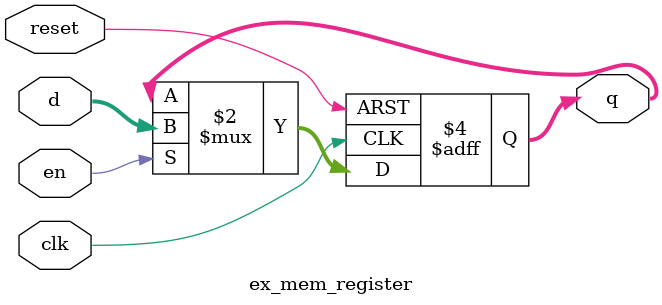
<source format=v>
`timescale 1ns/1ps

module ex_mem_register (
    input wire clk,
    input wire reset,
    input wire en,
    input wire [95:0] d,
    output reg [95:0] q
);

    always @(posedge clk or posedge reset) begin
        if (reset)
            q <= {96{1'b0}};
        else if (en)
            q <= d;
    end
    
endmodule

</source>
